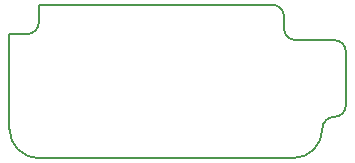
<source format=gbr>
%TF.GenerationSoftware,KiCad,Pcbnew,(6.0.8)*%
%TF.CreationDate,2023-01-11T07:54:23-05:00*%
%TF.ProjectId,Model-U-GCC-V2,4d6f6465-6c2d-4552-9d47-43432d56322e,rev?*%
%TF.SameCoordinates,Original*%
%TF.FileFunction,Profile,NP*%
%FSLAX46Y46*%
G04 Gerber Fmt 4.6, Leading zero omitted, Abs format (unit mm)*
G04 Created by KiCad (PCBNEW (6.0.8)) date 2023-01-11 07:54:23*
%MOMM*%
%LPD*%
G01*
G04 APERTURE LIST*
%TA.AperFunction,Profile*%
%ADD10C,0.152400*%
%TD*%
%TA.AperFunction,Profile*%
%ADD11C,0.152000*%
%TD*%
%TA.AperFunction,Profile*%
%ADD12C,0.150000*%
%TD*%
G04 APERTURE END LIST*
D10*
X125290000Y-99040000D02*
X145040000Y-99040000D01*
X125290000Y-112040000D02*
X146790000Y-112040000D01*
X122790000Y-101540000D02*
X122790000Y-109540000D01*
D11*
X146790000Y-112040000D02*
G75*
G03*
X149290000Y-109540000I0J2500000D01*
G01*
X122790000Y-109540000D02*
G75*
G03*
X125290000Y-112040000I2500000J0D01*
G01*
X151290000Y-107540000D02*
X151290000Y-103040000D01*
D12*
X124248402Y-101541494D02*
G75*
G03*
X125287921Y-100495896I9598J1029994D01*
G01*
D11*
X146040000Y-100040000D02*
G75*
G03*
X145040000Y-99040000I-1000000J0D01*
G01*
X150290000Y-108540000D02*
G75*
G03*
X149290000Y-109540000I0J-1000000D01*
G01*
X146040000Y-100040000D02*
X146040000Y-101040000D01*
X150290000Y-108540000D02*
G75*
G03*
X151290000Y-107540000I0J1000000D01*
G01*
X147040000Y-102040000D02*
X150290000Y-102040000D01*
D12*
X125290000Y-99040000D02*
X125287921Y-100495896D01*
X122790000Y-101540000D02*
X124248402Y-101541518D01*
D11*
X151290000Y-103040000D02*
G75*
G03*
X150290000Y-102040000I-1000000J0D01*
G01*
X146040000Y-101040000D02*
G75*
G03*
X147040000Y-102040000I1000000J0D01*
G01*
M02*

</source>
